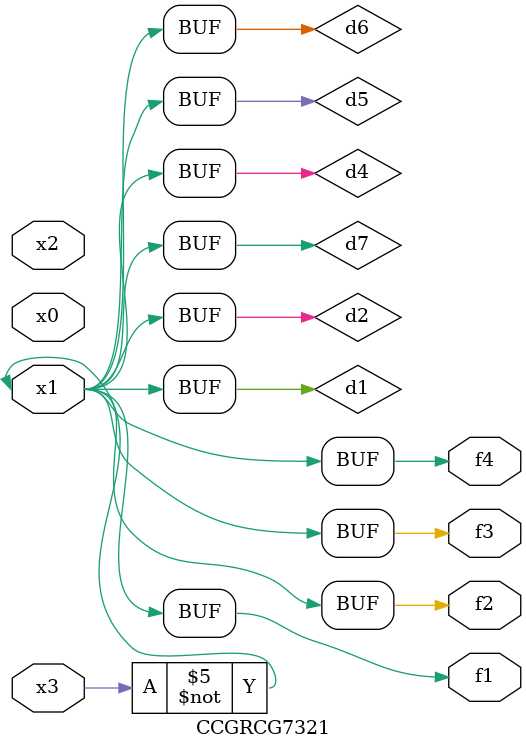
<source format=v>
module CCGRCG7321(
	input x0, x1, x2, x3,
	output f1, f2, f3, f4
);

	wire d1, d2, d3, d4, d5, d6, d7;

	not (d1, x3);
	buf (d2, x1);
	xnor (d3, d1, d2);
	nor (d4, d1);
	buf (d5, d1, d2);
	buf (d6, d4, d5);
	nand (d7, d4);
	assign f1 = d6;
	assign f2 = d7;
	assign f3 = d6;
	assign f4 = d6;
endmodule

</source>
